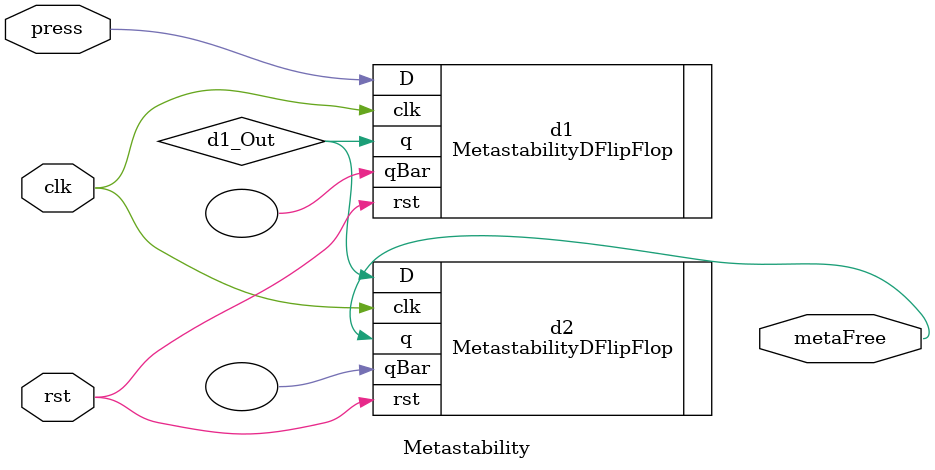
<source format=v>

module Metastability ( clk, rst, press, metaFree);
	input clk, rst, press;
	output metaFree;
	
	wire d1_Out;
	
	// Fixes Metastability by putting signal through two D flip-flops 
	MetastabilityDFlipFlop d1(.q(d1_Out), .qBar(), .D(press), .rst(rst), .clk(clk));
	MetastabilityDFlipFlop d2(.q(metaFree), .qBar(), .D(d1_Out), .rst(rst), .clk(clk));
	
endmodule 

</source>
